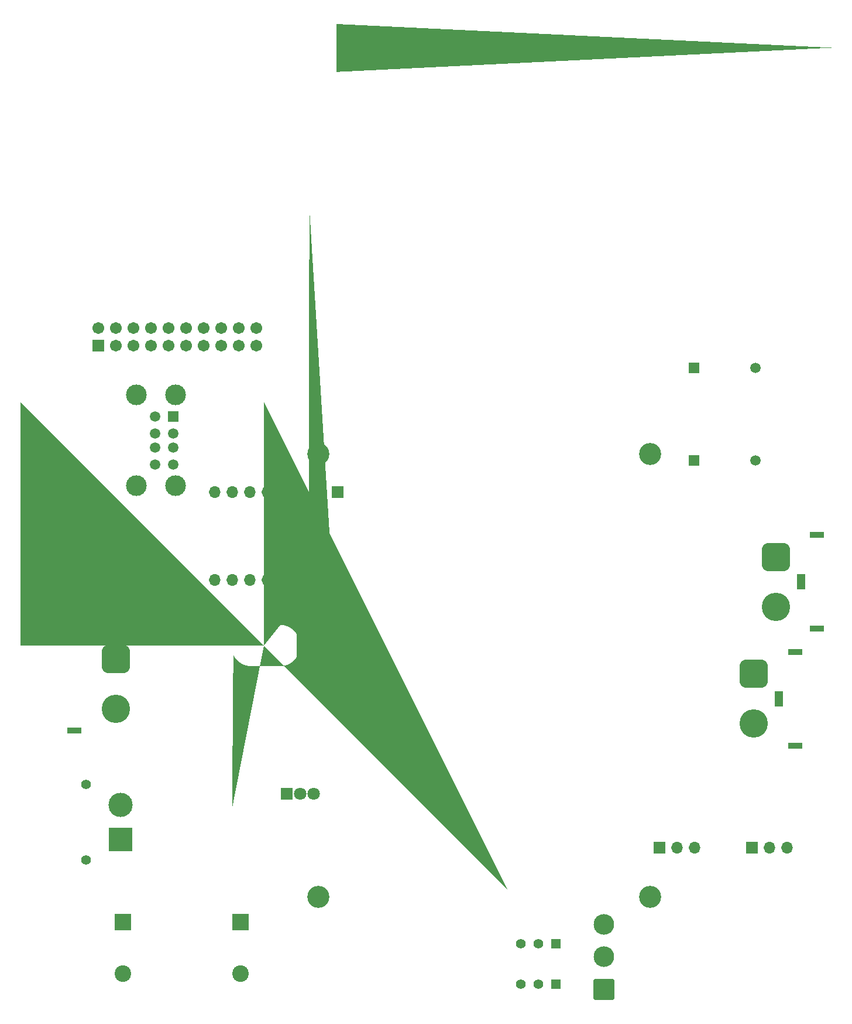
<source format=gbr>
%TF.GenerationSoftware,KiCad,Pcbnew,8.0.3*%
%TF.CreationDate,2025-06-02T03:08:14-07:00*%
%TF.ProjectId,Power_ManagementV2,506f7765-725f-44d6-916e-6167656d656e,rev?*%
%TF.SameCoordinates,Original*%
%TF.FileFunction,Soldermask,Bot*%
%TF.FilePolarity,Negative*%
%FSLAX46Y46*%
G04 Gerber Fmt 4.6, Leading zero omitted, Abs format (unit mm)*
G04 Created by KiCad (PCBNEW 8.0.3) date 2025-06-02 03:08:14*
%MOMM*%
%LPD*%
G01*
G04 APERTURE LIST*
G04 Aperture macros list*
%AMRoundRect*
0 Rectangle with rounded corners*
0 $1 Rounding radius*
0 $2 $3 $4 $5 $6 $7 $8 $9 X,Y pos of 4 corners*
0 Add a 4 corners polygon primitive as box body*
4,1,4,$2,$3,$4,$5,$6,$7,$8,$9,$2,$3,0*
0 Add four circle primitives for the rounded corners*
1,1,$1+$1,$2,$3*
1,1,$1+$1,$4,$5*
1,1,$1+$1,$6,$7*
1,1,$1+$1,$8,$9*
0 Add four rect primitives between the rounded corners*
20,1,$1+$1,$2,$3,$4,$5,0*
20,1,$1+$1,$4,$5,$6,$7,0*
20,1,$1+$1,$6,$7,$8,$9,0*
20,1,$1+$1,$8,$9,$2,$3,0*%
%AMFreePoly0*
4,1,64,2.219304,2.963065,2.677052,2.853170,3.111972,2.673020,3.513357,2.427051,3.871321,2.121320,4.177052,1.763356,4.423021,1.361971,4.603171,0.927051,4.713066,0.469303,4.750001,0.000000,4.713066,-0.469303,4.603171,-0.927051,4.423021,-1.361971,4.177052,-1.763356,3.871321,-2.121320,3.513357,-2.427051,3.111972,-2.673020,2.677052,-2.853170,2.219304,-2.963065,1.750001,-3.000000,
-2.249999,-3.000000,-2.397706,-2.996361,-2.545055,-2.985454,-2.691689,-2.967306,-2.837251,-2.941960,-2.981388,-2.909478,-3.123751,-2.869938,-3.263995,-2.823437,-3.401780,-2.770088,-3.536770,-2.710019,-3.668639,-2.643376,-3.797067,-2.570322,-3.921743,-2.491033,-4.042363,-2.405702,-4.158636,-2.314536,-4.270279,-2.217755,-4.377022,-2.115595,-4.478605,-2.008303,-4.574782,-1.896139,-4.665320,-1.779377,
-4.750000,-1.658298,-4.750001,1.658297,-4.665322,1.779376,-4.574783,1.896139,-4.478606,2.008302,-4.377023,2.115594,-4.270281,2.217755,-4.158637,2.314535,-4.042365,2.405702,-3.921744,2.491033,-3.797069,2.570322,-3.668640,2.643376,-3.536771,2.710019,-3.401780,2.770087,-3.263996,2.823437,-3.123752,2.869937,-2.981389,2.909477,-2.837251,2.941959,-2.691689,2.967304,-2.545056,2.985452,
-2.397706,2.996359,-2.249999,2.999997,1.750001,3.000000,2.219304,2.963065,2.219304,2.963065,$1*%
%AMFreePoly1*
4,1,64,2.397707,2.996361,2.545056,2.985454,2.691689,2.967306,2.837251,2.941960,2.981388,2.909477,3.123751,2.869938,3.263995,2.823437,3.401779,2.770087,3.536770,2.710019,3.668639,2.643376,3.797067,2.570322,3.921742,2.491033,4.042363,2.405702,4.158635,2.314536,4.270278,2.217755,4.377021,2.115595,4.478604,2.008303,4.574782,1.896140,4.665320,1.779378,4.750000,1.658299,
4.750001,-1.658298,4.665321,-1.779377,4.574783,-1.896139,4.478606,-2.008303,4.377022,-2.115595,4.270280,-2.217755,4.158637,-2.314536,4.042364,-2.405702,3.921744,-2.491033,3.797068,-2.570322,3.668640,-2.643376,3.536771,-2.710019,3.401780,-2.770087,3.263996,-2.823437,3.123752,-2.869937,2.981389,-2.909477,2.837251,-2.941959,2.691689,-2.967305,2.545056,-2.985453,2.397707,-2.996360,
2.250000,-2.999998,-1.750001,-3.000000,-2.219304,-2.963065,-2.677051,-2.853170,-3.111972,-2.673020,-3.513356,-2.427051,-3.871321,-2.121320,-4.177051,-1.763356,-4.423020,-1.361971,-4.603170,-0.927051,-4.713066,-0.469303,-4.750001,0.000000,-4.713066,0.469303,-4.603170,0.927051,-4.423020,1.361971,-4.177051,1.763356,-3.871321,2.121320,-3.513356,2.427051,-3.111972,2.673020,-2.677051,2.853170,
-2.219304,2.963065,-1.750001,3.000000,2.250000,3.000000,2.397707,2.996361,2.397707,2.996361,$1*%
G04 Aperture macros list end*
%ADD10R,1.300000X2.300000*%
%ADD11C,4.100000*%
%ADD12RoundRect,1.025000X-1.025000X1.025000X-1.025000X-1.025000X1.025000X-1.025000X1.025000X1.025000X0*%
%ADD13R,2.000000X0.900000*%
%ADD14C,1.498600*%
%ADD15R,1.498600X1.498600*%
%ADD16C,1.574800*%
%ADD17C,2.971800*%
%ADD18C,3.200000*%
%ADD19R,1.500000X1.500000*%
%ADD20C,1.500000*%
%ADD21C,3.000000*%
%ADD22R,2.400000X2.400000*%
%ADD23C,2.400000*%
%ADD24RoundRect,0.102000X-0.754000X-0.754000X0.754000X-0.754000X0.754000X0.754000X-0.754000X0.754000X0*%
%ADD25C,1.712000*%
%ADD26C,1.400000*%
%ADD27R,3.500000X3.500000*%
%ADD28C,3.500000*%
%ADD29R,1.700000X1.700000*%
%ADD30O,1.700000X1.700000*%
%ADD31RoundRect,0.102000X0.609000X0.609000X-0.609000X0.609000X-0.609000X-0.609000X0.609000X-0.609000X0*%
%ADD32C,1.422000*%
%ADD33RoundRect,1.025000X1.025000X-1.025000X1.025000X1.025000X-1.025000X1.025000X-1.025000X-1.025000X0*%
%ADD34R,1.800000X1.800000*%
%ADD35C,1.800000*%
%ADD36RoundRect,1.300000X-2.000000X-0.000010X2.000000X-0.000010X2.000000X0.000010X-2.000000X0.000010X0*%
%ADD37FreePoly0,0.000000*%
%ADD38FreePoly1,0.000000*%
%ADD39C,2.979000*%
%ADD40RoundRect,0.102000X1.387500X1.387500X-1.387500X1.387500X-1.387500X-1.387500X1.387500X-1.387500X0*%
G04 APERTURE END LIST*
D10*
%TO.C,J2*%
X257967600Y-108356400D03*
D11*
X254317600Y-111956400D03*
D12*
X254317600Y-104756400D03*
D13*
X260317600Y-115106400D03*
X260317600Y-101606400D03*
%TD*%
D14*
%TO.C,D2*%
X254594480Y-60500000D03*
D15*
X245694320Y-60500000D03*
%TD*%
D16*
%TO.C,J9*%
X160274000Y-89183350D03*
X160274000Y-86183351D03*
X163273999Y-89183350D03*
X163273999Y-86183351D03*
D17*
X155953998Y-84033350D03*
X155953998Y-91333351D03*
%TD*%
D18*
%TO.C,H1*%
X191350000Y-73000000D03*
%TD*%
D19*
%TO.C,J7*%
X170355000Y-67525000D03*
D20*
X170355000Y-70025000D03*
X170355000Y-72025000D03*
X170355000Y-74525000D03*
X167735000Y-67525000D03*
X167735000Y-70025000D03*
X167735000Y-72025000D03*
X167735000Y-74525000D03*
D21*
X170705000Y-64455000D03*
X165025000Y-64455000D03*
X170705000Y-77595000D03*
X165025000Y-77595000D03*
%TD*%
D22*
%TO.C,C11*%
X163042600Y-140606846D03*
D23*
X163042600Y-148106846D03*
%TD*%
D14*
%TO.C,D1*%
X254543680Y-73915000D03*
D15*
X245643520Y-73915000D03*
%TD*%
D24*
%TO.C,J8*%
X159500000Y-57290000D03*
D25*
X159500000Y-54750000D03*
X162040000Y-57290000D03*
X162040000Y-54750000D03*
X164580000Y-57290000D03*
X164580000Y-54750000D03*
X167120000Y-57290000D03*
X167120000Y-54750000D03*
X169660000Y-57290000D03*
X169660000Y-54750000D03*
X172200000Y-57290000D03*
X172200000Y-54750000D03*
X174740000Y-57290000D03*
X174740000Y-54750000D03*
X177280000Y-57290000D03*
X177280000Y-54750000D03*
X179820000Y-57290000D03*
X179820000Y-54750000D03*
X182360000Y-57290000D03*
X182360000Y-54750000D03*
%TD*%
D18*
%TO.C,H2*%
X191350000Y-137000000D03*
%TD*%
D26*
%TO.C,J6*%
X157750000Y-131700000D03*
X157750000Y-120700000D03*
D27*
X162750000Y-128700000D03*
D28*
X162750000Y-123700000D03*
%TD*%
D18*
%TO.C,H4*%
X239350000Y-73000000D03*
%TD*%
D29*
%TO.C,J3*%
X194125000Y-78450000D03*
D30*
X191585000Y-78450000D03*
X189045000Y-78450000D03*
X186505000Y-78450000D03*
X183965000Y-78450000D03*
X181425000Y-78450000D03*
X178885000Y-78450000D03*
X176345000Y-78450000D03*
%TD*%
D31*
%TO.C,VR2*%
X225740400Y-149565600D03*
D32*
X223200400Y-149565600D03*
X220660400Y-149565600D03*
%TD*%
D22*
%TO.C,C10*%
X180060600Y-140606292D03*
D23*
X180060600Y-148106292D03*
%TD*%
D29*
%TO.C,J4*%
X194125000Y-91150000D03*
D30*
X191585000Y-91150000D03*
X189045000Y-91150000D03*
X186505000Y-91150000D03*
X183965000Y-91150000D03*
X181425000Y-91150000D03*
X178885000Y-91150000D03*
X176345000Y-91150000D03*
%TD*%
D31*
%TO.C,VR1*%
X225740400Y-143799800D03*
D32*
X223200400Y-143799800D03*
X220660400Y-143799800D03*
%TD*%
D18*
%TO.C,H3*%
X239350000Y-137000000D03*
%TD*%
D30*
%TO.C,PM2*%
X259170000Y-129840000D03*
X256630000Y-129840000D03*
D29*
X254090000Y-129840000D03*
%TD*%
D13*
%TO.C,J5*%
X156050000Y-112950000D03*
X156050000Y-99450000D03*
D33*
X162050000Y-102600000D03*
D11*
X162050000Y-109800000D03*
%TD*%
D34*
%TO.C,U5*%
X186790100Y-122099999D03*
D35*
X188700100Y-122099999D03*
X190610100Y-122099999D03*
D36*
X193700100Y-100700000D03*
D37*
X193950099Y-100700000D03*
D38*
X183450100Y-100700000D03*
%TD*%
D39*
%TO.C,S1*%
X232650000Y-140950000D03*
X232650000Y-145650000D03*
D40*
X232650000Y-150350000D03*
%TD*%
D30*
%TO.C,PM1*%
X245808300Y-129907700D03*
X243268300Y-129907700D03*
D29*
X240728300Y-129907700D03*
%TD*%
D10*
%TO.C,J1*%
X261149600Y-91446400D03*
D11*
X257499600Y-95046400D03*
D12*
X257499600Y-87846400D03*
D13*
X263499600Y-98196400D03*
X263499600Y-84696400D03*
%TD*%
M02*

</source>
